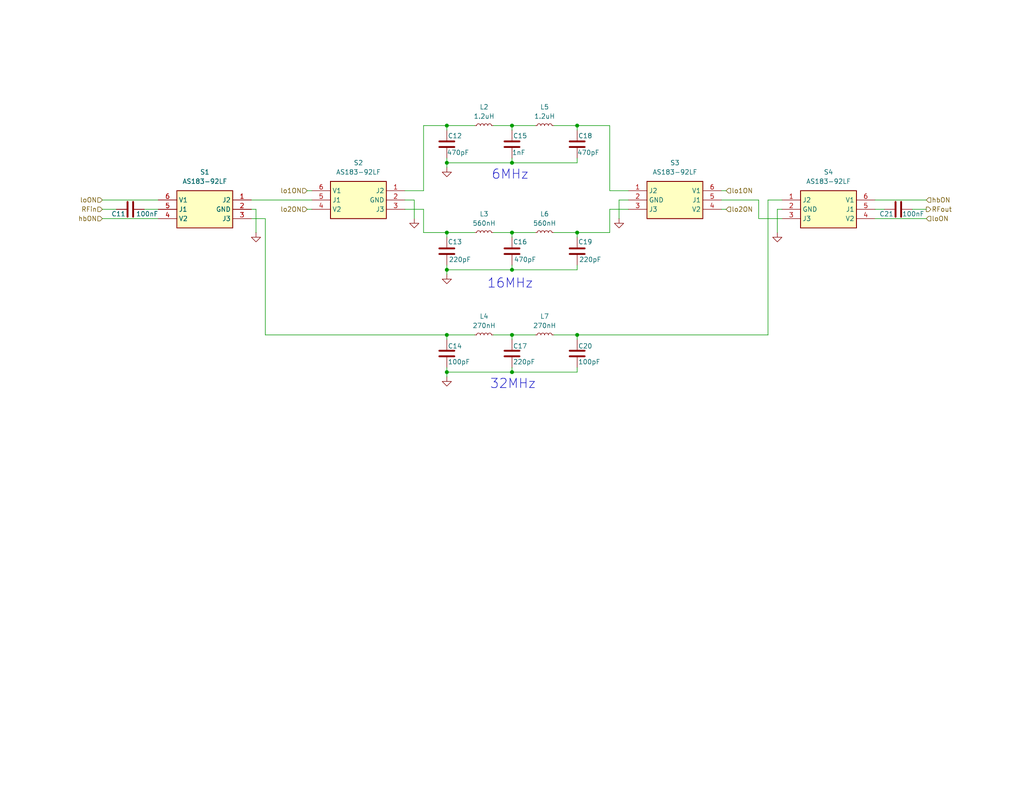
<source format=kicad_sch>
(kicad_sch (version 20250114) (generator "eeschema") (generator_version "9.0")
  (paper "USLetter")
  (title_block (title "Low Pass Filters") (date "2025-11-24") (company "WB7NAB"))
  (lib_symbols
    (symbol "Device:C" (pin_numbers (hide yes)) (pin_names (offset 0.254))
      (property "Reference" "C" (at 0.635 2.54 0))
      (property "Value" "C" (at 0.635 -2.54 0))
      (symbol "C_0_1"
        (polyline (pts (xy -2.032 0.762) (xy 2.032 0.762)) (stroke (width 0.508)))
        (polyline (pts (xy -2.032 -0.762) (xy 2.032 -0.762)) (stroke (width 0.508)))
      )
      (symbol "C_1_1"
        (pin passive line (at 0 3.81 270) (length 2.794) (name "~") (number "1"))
        (pin passive line (at 0 -3.81 90) (length 2.794) (name "~") (number "2"))
      )
    )
    (symbol "Device:L_Small" (pin_numbers (hide yes)) (pin_names (offset 0.254) (hide yes))
      (property "Reference" "L" (at 0.762 1.016 0))
      (property "Value" "L_Small" (at 0.762 -1.016 0))
      (symbol "L_Small_0_1"
        (arc (start 0 2.032) (mid 0.5058 1.524) (end 0 1.016))
        (arc (start 0 1.016) (mid 0.5058 0.508) (end 0 0))
        (arc (start 0 0) (mid 0.5058 -0.508) (end 0 -1.016))
        (arc (start 0 -1.016) (mid 0.5058 -1.524) (end 0 -2.032))
      )
      (symbol "L_Small_1_1"
        (pin passive line (at 0 2.54 270) (length 0.508) (name "~") (number "1"))
        (pin passive line (at 0 -2.54 90) (length 0.508) (name "~") (number "2"))
      )
    )
    (symbol "Library:AS183-92LF"
      (property "Reference" "S" (at 21.59 7.62 0))
      (property "Value" "AS183-92LF" (at 21.59 5.08 0))
      (symbol "AS183-92LF_1_1"
        (rectangle (start 5.08 2.54) (end 20.32 -7.62) (stroke (width 0.254)) (fill (type background)))
        (pin passive line (at 0 0 0) (length 5.08) (name "J2") (number "1"))
        (pin passive line (at 0 -2.54 0) (length 5.08) (name "GND") (number "2"))
        (pin passive line (at 0 -5.08 0) (length 5.08) (name "J3") (number "3"))
        (pin passive line (at 25.4 0 180) (length 5.08) (name "V1") (number "6"))
        (pin passive line (at 25.4 -2.54 180) (length 5.08) (name "J1") (number "5"))
        (pin passive line (at 25.4 -5.08 180) (length 5.08) (name "V2") (number "4"))
      )
    )
    (symbol "power:GND" (power) (pin_numbers (hide yes)) (pin_names (offset 0) (hide yes))
      (property "Value" "GND" (at 0 -3.81 0))
      (symbol "GND_0_1"
        (polyline (pts (xy 0 0) (xy 0 -1.27) (xy 1.27 -1.27) (xy 0 -2.54) (xy -1.27 -1.27) (xy 0 -1.27)))
      )
      (symbol "GND_1_1"
        (pin power_in line (at 0 0 270) (length 0) (name "~") (number "1"))
      )
    )
  )
  (text "6MHz" (at 139.192 47.752 0) (effects (font (size 2.54 2.54))))
  (text "32MHz" (at 139.954 104.902 0) (effects (font (size 2.54 2.54))))
  (text "16MHz" (at 139.192 77.47 0) (effects (font (size 2.54 2.54))))
  (junction (at 139.7 73.66))
  (junction (at 157.48 63.5))
  (junction (at 139.7 44.45))
  (junction (at 139.7 101.6))
  (junction (at 139.7 91.44))
  (junction (at 157.48 91.44))
  (junction (at 121.92 73.66))
  (junction (at 157.48 34.29))
  (junction (at 121.92 34.29))
  (junction (at 121.92 44.45))
  (junction (at 121.92 63.5))
  (junction (at 139.7 63.5))
  (junction (at 121.92 91.44))
  (junction (at 121.92 101.6))
  (junction (at 139.7 34.29))
  (wire (pts (xy 39.37 57.15) (xy 43.18 57.15)))
  (wire (pts (xy 252.73 59.69) (xy 238.76 59.69)))
  (wire (pts (xy 121.92 73.66) (xy 121.92 74.93)))
  (wire (pts (xy 166.37 57.15) (xy 166.37 63.5)))
  (wire (pts (xy 121.92 43.18) (xy 121.92 44.45)))
  (wire (pts (xy 72.39 91.44) (xy 121.92 91.44)))
  (wire (pts (xy 115.57 34.29) (xy 121.92 34.29)))
  (wire (pts (xy 121.92 101.6) (xy 121.92 102.87)))
  (wire (pts (xy 139.7 72.39) (xy 139.7 73.66)))
  (wire (pts (xy 213.36 57.15) (xy 212.09 57.15)))
  (wire (pts (xy 157.48 44.45) (xy 139.7 44.45)))
  (wire (pts (xy 134.62 91.44) (xy 139.7 91.44)))
  (wire (pts (xy 110.49 57.15) (xy 115.57 57.15)))
  (wire (pts (xy 151.13 63.5) (xy 157.48 63.5)))
  (wire (pts (xy 139.7 34.29) (xy 139.7 35.56)))
  (wire (pts (xy 113.03 54.61) (xy 113.03 59.69)))
  (wire (pts (xy 212.09 57.15) (xy 212.09 63.5)))
  (wire (pts (xy 157.48 91.44) (xy 157.48 92.71)))
  (wire (pts (xy 121.92 100.33) (xy 121.92 101.6)))
  (wire (pts (xy 121.92 72.39) (xy 121.92 73.66)))
  (wire (pts (xy 139.7 63.5) (xy 139.7 64.77)))
  (wire (pts (xy 121.92 63.5) (xy 129.54 63.5)))
  (wire (pts (xy 166.37 52.07) (xy 171.45 52.07)))
  (wire (pts (xy 121.92 64.77) (xy 121.92 63.5)))
  (wire (pts (xy 171.45 57.15) (xy 166.37 57.15)))
  (wire (pts (xy 151.13 34.29) (xy 157.48 34.29)))
  (wire (pts (xy 83.82 57.15) (xy 85.09 57.15)))
  (wire (pts (xy 198.12 52.07) (xy 196.85 52.07)))
  (wire (pts (xy 166.37 63.5) (xy 157.48 63.5)))
  (wire (pts (xy 72.39 59.69) (xy 72.39 91.44)))
  (wire (pts (xy 83.82 52.07) (xy 85.09 52.07)))
  (wire (pts (xy 157.48 72.39) (xy 157.48 73.66)))
  (wire (pts (xy 196.85 54.61) (xy 207.01 54.61)))
  (wire (pts (xy 115.57 57.15) (xy 115.57 63.5)))
  (wire (pts (xy 121.92 91.44) (xy 129.54 91.44)))
  (wire (pts (xy 139.7 91.44) (xy 146.05 91.44)))
  (wire (pts (xy 139.7 100.33) (xy 139.7 101.6)))
  (wire (pts (xy 171.45 54.61) (xy 168.91 54.61)))
  (wire (pts (xy 68.58 57.15) (xy 69.85 57.15)))
  (wire (pts (xy 198.12 57.15) (xy 196.85 57.15)))
  (wire (pts (xy 121.92 34.29) (xy 129.54 34.29)))
  (wire (pts (xy 252.73 54.61) (xy 238.76 54.61)))
  (wire (pts (xy 121.92 44.45) (xy 139.7 44.45)))
  (wire (pts (xy 157.48 34.29) (xy 157.48 35.56)))
  (wire (pts (xy 139.7 43.18) (xy 139.7 44.45)))
  (wire (pts (xy 209.55 91.44) (xy 157.48 91.44)))
  (wire (pts (xy 121.92 73.66) (xy 139.7 73.66)))
  (wire (pts (xy 207.01 59.69) (xy 213.36 59.69)))
  (wire (pts (xy 209.55 54.61) (xy 213.36 54.61)))
  (wire (pts (xy 115.57 52.07) (xy 115.57 34.29)))
  (wire (pts (xy 207.01 54.61) (xy 207.01 59.69)))
  (wire (pts (xy 27.94 57.15) (xy 31.75 57.15)))
  (wire (pts (xy 157.48 43.18) (xy 157.48 44.45)))
  (wire (pts (xy 139.7 91.44) (xy 139.7 92.71)))
  (wire (pts (xy 139.7 63.5) (xy 146.05 63.5)))
  (wire (pts (xy 121.92 101.6) (xy 139.7 101.6)))
  (wire (pts (xy 68.58 59.69) (xy 72.39 59.69)))
  (wire (pts (xy 151.13 91.44) (xy 157.48 91.44)))
  (wire (pts (xy 27.94 59.69) (xy 43.18 59.69)))
  (wire (pts (xy 157.48 63.5) (xy 157.48 64.77)))
  (wire (pts (xy 166.37 34.29) (xy 157.48 34.29)))
  (wire (pts (xy 252.73 57.15) (xy 248.92 57.15)))
  (wire (pts (xy 110.49 54.61) (xy 113.03 54.61)))
  (wire (pts (xy 168.91 54.61) (xy 168.91 59.69)))
  (wire (pts (xy 121.92 44.45) (xy 121.92 45.72)))
  (wire (pts (xy 69.85 57.15) (xy 69.85 63.5)))
  (wire (pts (xy 241.3 57.15) (xy 238.76 57.15)))
  (wire (pts (xy 115.57 52.07) (xy 110.49 52.07)))
  (wire (pts (xy 115.57 63.5) (xy 121.92 63.5)))
  (wire (pts (xy 157.48 101.6) (xy 139.7 101.6)))
  (wire (pts (xy 27.94 54.61) (xy 43.18 54.61)))
  (wire (pts (xy 68.58 54.61) (xy 85.09 54.61)))
  (wire (pts (xy 121.92 92.71) (xy 121.92 91.44)))
  (wire (pts (xy 134.62 63.5) (xy 139.7 63.5)))
  (wire (pts (xy 134.62 34.29) (xy 139.7 34.29)))
  (wire (pts (xy 166.37 52.07) (xy 166.37 34.29)))
  (wire (pts (xy 121.92 35.56) (xy 121.92 34.29)))
  (wire (pts (xy 157.48 73.66) (xy 139.7 73.66)))
  (wire (pts (xy 139.7 34.29) (xy 146.05 34.29)))
  (wire (pts (xy 209.55 54.61) (xy 209.55 91.44)))
  (wire (pts (xy 157.48 100.33) (xy 157.48 101.6)))
  (hierarchical_label "loON" (shape input) (at 252.73 59.69 0))
  (hierarchical_label "lo2ON" (shape input) (at 198.12 57.15 0))
  (hierarchical_label "loON" (shape input) (at 27.94 54.61 180))
  (hierarchical_label "lo1ON" (shape input) (at 83.82 52.07 180))
  (hierarchical_label "RFin" (shape input) (at 27.94 57.15 180))
  (hierarchical_label "RFout" (shape output) (at 252.73 57.15 0))
  (hierarchical_label "lo2ON" (shape input) (at 83.82 57.15 180))
  (hierarchical_label "hbON" (shape input) (at 252.73 54.61 0))
  (hierarchical_label "hbON" (shape input) (at 27.94 59.69 180))
  (hierarchical_label "lo1ON" (shape input) (at 198.12 52.07 0))
  (symbol (lib_id "power:GND") (at 168.91 59.69 0) (mirror y) (unit 1)
    (property "Reference" "#PWR029" (effects (hide yes)))
    (property "Value" "GND" (effects (hide yes)))
    (property "Description" "Power symbol creates a global label with name \"GND\" , ground" (effects (hide yes)))
  )
  (symbol (lib_id "Device:C") (at 157.48 39.37 0) (unit 1)
    (property "Reference" "C18" (at 157.734 37.084 0) (effects (justify left)))
    (property "Value" "470pF" (at 157.48 41.656 0) (effects (justify left)))
    (property "Footprint" "Capacitor_SMD:C_0603_1608Metric" (effects (hide yes)))
    (property "Description" "Unpolarized capacitor" (effects (hide yes)))
  )
  (symbol (lib_id "Library:AS183-92LF") (at 213.36 54.61 0) (unit 1)
    (property "Reference" "S4" (at 226.06 46.99 0))
    (property "Value" "AS183-92LF" (at 226.06 49.53 0))
    (property "Footprint" "SOT65P220X110-6N" (effects (hide yes)))
    (property "Datasheet" "https://www.skyworksinc.com/-/media/SkyWorks/Documents/Products/1-100/200177D.pdf" (effects (hide yes)))
    (property "Description" "RF Switch ICs .3-2500MHz IL .3dB IP3 +43dBm" (effects (hide yes)))
    (property "Height" "1.1" (effects (hide yes)))
    (property "Mouser Part Number" "873-AS183-92LF" (effects (hide yes)))
    (property "Mouser Price/Stock" "https://www.mouser.co.uk/ProductDetail/Skyworks-Solutions-Inc/AS183-92LF?qs=WMHGlxXAKT9uKJ5iI33IgQ%3D%3D" (effects (hide yes)))
    (property "Manufacturer_Name" "Skyworks" (effects (hide yes)))
    (property "MPN" "AS183-92LF" (effects (hide yes)))
  )
  (symbol (lib_id "Device:C") (at 121.92 96.52 0) (unit 1)
    (property "Reference" "C14" (at 122.174 94.488 0) (effects (justify left)))
    (property "Value" "100pF" (at 122.174 98.806 0) (effects (justify left)))
    (property "Footprint" "Capacitor_SMD:C_0603_1608Metric" (effects (hide yes)))
    (property "Description" "Unpolarized capacitor" (effects (hide yes)))
  )
  (symbol (lib_id "Library:AS183-92LF") (at 171.45 52.07 0) (unit 1)
    (property "Reference" "S3" (at 184.15 44.45 0))
    (property "Value" "AS183-92LF" (at 184.15 46.99 0))
    (property "Footprint" "SOT65P220X110-6N" (effects (hide yes)))
    (property "Datasheet" "https://www.skyworksinc.com/-/media/SkyWorks/Documents/Products/1-100/200177D.pdf" (effects (hide yes)))
    (property "Description" "RF Switch ICs .3-2500MHz IL .3dB IP3 +43dBm" (effects (hide yes)))
    (property "Height" "1.1" (effects (hide yes)))
    (property "Mouser Part Number" "873-AS183-92LF" (effects (hide yes)))
    (property "Mouser Price/Stock" "https://www.mouser.co.uk/ProductDetail/Skyworks-Solutions-Inc/AS183-92LF?qs=WMHGlxXAKT9uKJ5iI33IgQ%3D%3D" (effects (hide yes)))
    (property "Manufacturer_Name" "Skyworks" (effects (hide yes)))
    (property "MPN" "AS183-92LF" (effects (hide yes)))
  )
  (symbol (lib_id "power:GND") (at 69.85 63.5 0) (unit 1)
    (property "Reference" "#PWR024" (effects (hide yes)))
    (property "Value" "GND" (effects (hide yes)))
    (property "Description" "Power symbol creates a global label with name \"GND\" , ground" (effects (hide yes)))
  )
  (symbol (lib_id "Device:C") (at 245.11 57.15 90) (unit 1)
    (property "Reference" "C21" (at 243.84 58.42 90) (effects (justify left)))
    (property "Value" "100nF" (at 252.222 58.42 90) (effects (justify left)))
    (property "Footprint" "Capacitor_SMD:C_0603_1608Metric" (effects (hide yes)))
    (property "Description" "Unpolarized capacitor" (effects (hide yes)))
  )
  (symbol (lib_id "power:GND") (at 121.92 74.93 0) (unit 1)
    (property "Reference" "#PWR027" (effects (hide yes)))
    (property "Value" "GND" (effects (hide yes)))
    (property "Description" "Power symbol creates a global label with name \"GND\" , ground" (effects (hide yes)))
  )
  (symbol (lib_id "Device:L_Small") (at 132.08 34.29 90) (unit 1)
    (property "Reference" "L2" (at 132.08 29.21 90))
    (property "Value" "1.2uH" (at 132.08 31.75 90))
    (property "Footprint" "Inductor_SMD:L_1008_2520Metric" (effects (hide yes)))
    (property "Description" "Inductor, small symbol" (effects (hide yes)))
    (property "LCSC" "C46470448" (effects (hide yes)))
    (property "Manufacturer_Name" "Coilcraft" (effects (hide yes)))
    (property "Mouser Part Number" "1008LS-222" (effects (hide yes)))
  )
  (symbol (lib_id "Device:C") (at 157.48 96.52 0) (unit 1)
    (property "Reference" "C20" (at 157.734 94.488 0) (effects (justify left)))
    (property "Value" "100pF" (at 157.734 98.806 0) (effects (justify left)))
    (property "Footprint" "Capacitor_SMD:C_0603_1608Metric" (effects (hide yes)))
    (property "Description" "Unpolarized capacitor" (effects (hide yes)))
  )
  (symbol (lib_id "power:GND") (at 212.09 63.5 0) (mirror y) (unit 1)
    (property "Reference" "#PWR030" (effects (hide yes)))
    (property "Value" "GND" (effects (hide yes)))
    (property "Description" "Power symbol creates a global label with name \"GND\" , ground" (effects (hide yes)))
  )
  (symbol (lib_id "Device:L_Small") (at 148.59 34.29 90) (unit 1)
    (property "Reference" "L5" (at 148.59 29.21 90))
    (property "Value" "1.2uH" (at 148.59 31.75 90))
    (property "Footprint" "Inductor_SMD:L_1008_2520Metric" (effects (hide yes)))
    (property "Description" "Inductor, small symbol" (effects (hide yes)))
    (property "LCSC" "C46470448" (effects (hide yes)))
    (property "Manufacturer_Name" "Coilcraft" (effects (hide yes)))
    (property "Mouser Part Number" "1008LS-222" (effects (hide yes)))
  )
  (symbol (lib_id "Device:C") (at 139.7 68.58 0) (unit 1)
    (property "Reference" "C16" (at 139.954 66.04 0) (effects (justify left)))
    (property "Value" "470pF" (at 140.208 70.866 0) (effects (justify left)))
    (property "Footprint" "Capacitor_SMD:C_0603_1608Metric" (effects (hide yes)))
    (property "Description" "Unpolarized capacitor" (effects (hide yes)))
  )
  (symbol (lib_id "power:GND") (at 121.92 45.72 0) (unit 1)
    (property "Reference" "#PWR026" (effects (hide yes)))
    (property "Value" "GND" (effects (hide yes)))
    (property "Description" "Power symbol creates a global label with name \"GND\" , ground" (effects (hide yes)))
  )
  (symbol (lib_id "Library:AS183-92LF") (at 68.58 54.61 0) (mirror y) (unit 1)
    (property "Reference" "S1" (at 55.88 46.99 0))
    (property "Value" "AS183-92LF" (at 55.88 49.53 0))
    (property "Footprint" "SOT65P220X110-6N" (effects (hide yes)))
    (property "Datasheet" "https://www.skyworksinc.com/-/media/SkyWorks/Documents/Products/1-100/200177D.pdf" (effects (hide yes)))
    (property "Description" "RF Switch ICs .3-2500MHz IL .3dB IP3 +43dBm" (effects (hide yes)))
    (property "Height" "1.1" (effects (hide yes)))
    (property "Mouser Part Number" "873-AS183-92LF" (effects (hide yes)))
    (property "Mouser Price/Stock" "https://www.mouser.co.uk/ProductDetail/Skyworks-Solutions-Inc/AS183-92LF?qs=WMHGlxXAKT9uKJ5iI33IgQ%3D%3D" (effects (hide yes)))
    (property "Manufacturer_Name" "Skyworks" (effects (hide yes)))
    (property "MPN" "AS183-92LF" (effects (hide yes)))
  )
  (symbol (lib_id "Device:L_Small") (at 148.59 63.5 90) (unit 1)
    (property "Reference" "L6" (at 148.59 58.42 90))
    (property "Value" "560nH" (at 148.59 60.96 90))
    (property "Footprint" "Inductor_SMD:L_0805_2012Metric" (effects (hide yes)))
    (property "Description" "Inductor, small symbol" (effects (hide yes)))
    (property "LCSC" "C20417044" (effects (hide yes)))
    (property "Manufacturer_Name" "Coilcraft" (effects (hide yes)))
    (property "Mouser Part Number" "0805CS-391XGLC" (effects (hide yes)))
  )
  (symbol (lib_id "Device:C") (at 139.7 39.37 0) (unit 1)
    (property "Reference" "C15" (at 139.954 37.084 0) (effects (justify left)))
    (property "Value" "1nF" (at 139.7 41.656 0) (effects (justify left)))
    (property "Footprint" "Capacitor_SMD:C_0603_1608Metric" (effects (hide yes)))
    (property "Description" "Unpolarized capacitor" (effects (hide yes)))
  )
  (symbol (lib_id "Device:C") (at 35.56 57.15 90) (unit 1)
    (property "Reference" "C11" (at 34.29 58.42 90) (effects (justify left)))
    (property "Value" "100nF" (at 43.18 58.42 90) (effects (justify left)))
    (property "Footprint" "Capacitor_SMD:C_0603_1608Metric" (effects (hide yes)))
    (property "Description" "Unpolarized capacitor" (effects (hide yes)))
  )
  (symbol (lib_id "Device:L_Small") (at 148.59 91.44 90) (unit 1)
    (property "Reference" "L7" (at 148.59 86.36 90))
    (property "Value" "270nH" (at 148.59 88.9 90))
    (property "Footprint" "Inductor_SMD:L_0805_2012Metric" (effects (hide yes)))
    (property "Description" "Inductor, small symbol" (effects (hide yes)))
    (property "LCSC" "C20623520" (effects (hide yes)))
    (property "Manufacturer_Name" "Coilcraft" (effects (hide yes)))
    (property "Mouser Part Number" "0805CS-271 XGLC" (effects (hide yes)))
  )
  (symbol (lib_id "Device:L_Small") (at 132.08 91.44 90) (unit 1)
    (property "Reference" "L4" (at 132.08 86.36 90))
    (property "Value" "270nH" (at 132.08 88.9 90))
    (property "Footprint" "Inductor_SMD:L_0805_2012Metric" (effects (hide yes)))
    (property "Description" "Inductor, small symbol" (effects (hide yes)))
    (property "LCSC" "C20623520" (effects (hide yes)))
    (property "Manufacturer_Name" "Coilcraft" (effects (hide yes)))
    (property "Mouser Part Number" "0805CS-271 XGLC" (effects (hide yes)))
  )
  (symbol (lib_id "Device:C") (at 121.92 68.58 0) (unit 1)
    (property "Reference" "C13" (at 122.174 66.04 0) (effects (justify left)))
    (property "Value" "220pF" (at 122.428 70.866 0) (effects (justify left)))
    (property "Footprint" "Capacitor_SMD:C_0603_1608Metric" (effects (hide yes)))
    (property "Description" "Unpolarized capacitor" (effects (hide yes)))
  )
  (symbol (lib_id "Device:C") (at 157.48 68.58 0) (unit 1)
    (property "Reference" "C19" (at 157.734 66.04 0) (effects (justify left)))
    (property "Value" "220pF" (at 157.988 70.866 0) (effects (justify left)))
    (property "Footprint" "Capacitor_SMD:C_0603_1608Metric" (effects (hide yes)))
    (property "Description" "Unpolarized capacitor" (effects (hide yes)))
  )
  (symbol (lib_id "Device:C") (at 139.7 96.52 0) (unit 1)
    (property "Reference" "C17" (at 139.954 94.488 0) (effects (justify left)))
    (property "Value" "220pF" (at 139.954 98.806 0) (effects (justify left)))
    (property "Footprint" "Capacitor_SMD:C_0603_1608Metric" (effects (hide yes)))
    (property "Description" "Unpolarized capacitor" (effects (hide yes)))
  )
  (symbol (lib_id "power:GND") (at 121.92 102.87 0) (unit 1)
    (property "Reference" "#PWR028" (effects (hide yes)))
    (property "Value" "GND" (effects (hide yes)))
    (property "Description" "Power symbol creates a global label with name \"GND\" , ground" (effects (hide yes)))
  )
  (symbol (lib_id "Device:L_Small") (at 132.08 63.5 90) (unit 1)
    (property "Reference" "L3" (at 132.08 58.42 90))
    (property "Value" "560nH" (at 132.08 60.96 90))
    (property "Footprint" "Inductor_SMD:L_0805_2012Metric" (effects (hide yes)))
    (property "Description" "Inductor, small symbol" (effects (hide yes)))
    (property "LCSC" "C20417044" (effects (hide yes)))
    (property "Manufacturer_Name" "Coilcraft" (effects (hide yes)))
    (property "Mouser Part Number" "0805CS-391XGLC" (effects (hide yes)))
  )
  (symbol (lib_id "power:GND") (at 113.03 59.69 0) (unit 1)
    (property "Reference" "#PWR025" (effects (hide yes)))
    (property "Value" "GND" (effects (hide yes)))
    (property "Description" "Power symbol creates a global label with name \"GND\" , ground" (effects (hide yes)))
  )
  (symbol (lib_id "Device:C") (at 121.92 39.37 0) (unit 1)
    (property "Reference" "C12" (at 122.174 37.084 0) (effects (justify left)))
    (property "Value" "470pF" (at 121.92 41.656 0) (effects (justify left)))
    (property "Footprint" "Capacitor_SMD:C_0603_1608Metric" (effects (hide yes)))
    (property "Description" "Unpolarized capacitor" (effects (hide yes)))
  )
  (symbol (lib_id "Library:AS183-92LF") (at 110.49 52.07 0) (mirror y) (unit 1)
    (property "Reference" "S2" (at 97.79 44.45 0))
    (property "Value" "AS183-92LF" (at 97.79 46.99 0))
    (property "Footprint" "SOT65P220X110-6N" (effects (hide yes)))
    (property "Datasheet" "https://www.skyworksinc.com/-/media/SkyWorks/Documents/Products/1-100/200177D.pdf" (effects (hide yes)))
    (property "Description" "RF Switch ICs .3-2500MHz IL .3dB IP3 +43dBm" (effects (hide yes)))
    (property "Height" "1.1" (effects (hide yes)))
    (property "Mouser Part Number" "873-AS183-92LF" (effects (hide yes)))
    (property "Mouser Price/Stock" "https://www.mouser.co.uk/ProductDetail/Skyworks-Solutions-Inc/AS183-92LF?qs=WMHGlxXAKT9uKJ5iI33IgQ%3D%3D" (effects (hide yes)))
    (property "Manufacturer_Name" "Skyworks" (effects (hide yes)))
    (property "MPN" "AS183-92LF" (effects (hide yes)))
  )
)
</source>
